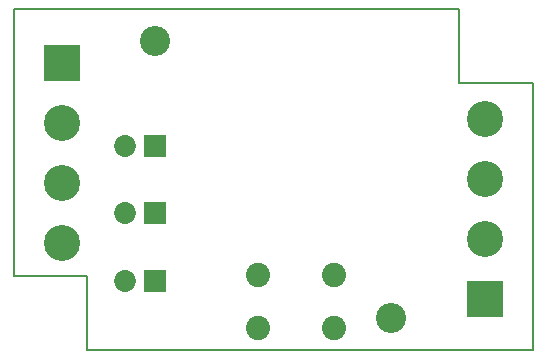
<source format=gbs>
G04 #@! TF.GenerationSoftware,KiCad,Pcbnew,7.0.1-3b83917a11~172~ubuntu20.04.1*
G04 #@! TF.CreationDate,2023-04-02T02:43:19+02:00*
G04 #@! TF.ProjectId,C64Saver2,43363453-6176-4657-9232-2e6b69636164,0.1*
G04 #@! TF.SameCoordinates,Original*
G04 #@! TF.FileFunction,Soldermask,Bot*
G04 #@! TF.FilePolarity,Negative*
%FSLAX46Y46*%
G04 Gerber Fmt 4.6, Leading zero omitted, Abs format (unit mm)*
G04 Created by KiCad (PCBNEW 7.0.1-3b83917a11~172~ubuntu20.04.1) date 2023-04-02 02:43:19*
%MOMM*%
%LPD*%
G01*
G04 APERTURE LIST*
G04 Aperture macros list*
%AMRoundRect*
0 Rectangle with rounded corners*
0 $1 Rounding radius*
0 $2 $3 $4 $5 $6 $7 $8 $9 X,Y pos of 4 corners*
0 Add a 4 corners polygon primitive as box body*
4,1,4,$2,$3,$4,$5,$6,$7,$8,$9,$2,$3,0*
0 Add four circle primitives for the rounded corners*
1,1,$1+$1,$2,$3*
1,1,$1+$1,$4,$5*
1,1,$1+$1,$6,$7*
1,1,$1+$1,$8,$9*
0 Add four rect primitives between the rounded corners*
20,1,$1+$1,$2,$3,$4,$5,0*
20,1,$1+$1,$4,$5,$6,$7,0*
20,1,$1+$1,$6,$7,$8,$9,0*
20,1,$1+$1,$8,$9,$2,$3,0*%
G04 Aperture macros list end*
%ADD10RoundRect,0.025400X1.500000X-1.500000X1.500000X1.500000X-1.500000X1.500000X-1.500000X-1.500000X0*%
%ADD11C,3.050800*%
%ADD12C,2.550800*%
%ADD13RoundRect,0.025400X-1.500000X1.500000X-1.500000X-1.500000X1.500000X-1.500000X1.500000X1.500000X0*%
%ADD14RoundRect,0.025400X0.900000X0.900000X-0.900000X0.900000X-0.900000X-0.900000X0.900000X-0.900000X0*%
%ADD15C,1.850800*%
%ADD16C,2.050800*%
G04 #@! TA.AperFunction,Profile*
%ADD17C,0.150000*%
G04 #@! TD*
G04 APERTURE END LIST*
D10*
X180340000Y-108204000D03*
D11*
X180340000Y-103124000D03*
X180340000Y-98044000D03*
X180340000Y-92964000D03*
D12*
X152405080Y-86357460D03*
X172399960Y-109862620D03*
D13*
X144526000Y-88265000D03*
D11*
X144526000Y-93345000D03*
X144526000Y-98425000D03*
X144526000Y-103505000D03*
D14*
X152400000Y-100965000D03*
D15*
X149860000Y-100965000D03*
D14*
X152400000Y-95250000D03*
D15*
X149860000Y-95250000D03*
D14*
X152400000Y-106680000D03*
D15*
X149860000Y-106680000D03*
D16*
X161088000Y-106208000D03*
X167588000Y-106208000D03*
X161088000Y-110708000D03*
X167588000Y-110708000D03*
D17*
X146685000Y-106299000D02*
X140462000Y-106299000D01*
X184404000Y-89916000D02*
X184404000Y-112522000D01*
X140462000Y-106299000D02*
X140462000Y-83693000D01*
X178181000Y-83693000D02*
X178181000Y-89916000D01*
X140462000Y-83693000D02*
X178181000Y-83693000D01*
X184404000Y-112522000D02*
X146685000Y-112522000D01*
X178181000Y-89916000D02*
X184404000Y-89916000D01*
X146685000Y-112522000D02*
X146685000Y-106299000D01*
M02*

</source>
